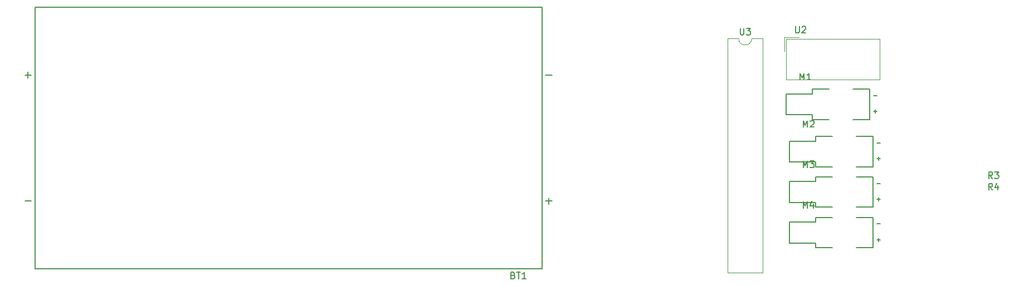
<source format=gto>
G04 #@! TF.GenerationSoftware,KiCad,Pcbnew,8.0.5*
G04 #@! TF.CreationDate,2024-09-15T00:24:01-05:00*
G04 #@! TF.ProjectId,Lab1APCB,4c616231-4150-4434-922e-6b696361645f,rev?*
G04 #@! TF.SameCoordinates,Original*
G04 #@! TF.FileFunction,Legend,Top*
G04 #@! TF.FilePolarity,Positive*
%FSLAX46Y46*%
G04 Gerber Fmt 4.6, Leading zero omitted, Abs format (unit mm)*
G04 Created by KiCad (PCBNEW 8.0.5) date 2024-09-15 00:24:01*
%MOMM*%
%LPD*%
G01*
G04 APERTURE LIST*
%ADD10C,0.150000*%
%ADD11C,0.127000*%
%ADD12C,0.120000*%
G04 APERTURE END LIST*
D10*
X89639285Y-91886009D02*
X89782142Y-91933628D01*
X89782142Y-91933628D02*
X89829761Y-91981247D01*
X89829761Y-91981247D02*
X89877380Y-92076485D01*
X89877380Y-92076485D02*
X89877380Y-92219342D01*
X89877380Y-92219342D02*
X89829761Y-92314580D01*
X89829761Y-92314580D02*
X89782142Y-92362200D01*
X89782142Y-92362200D02*
X89686904Y-92409819D01*
X89686904Y-92409819D02*
X89305952Y-92409819D01*
X89305952Y-92409819D02*
X89305952Y-91409819D01*
X89305952Y-91409819D02*
X89639285Y-91409819D01*
X89639285Y-91409819D02*
X89734523Y-91457438D01*
X89734523Y-91457438D02*
X89782142Y-91505057D01*
X89782142Y-91505057D02*
X89829761Y-91600295D01*
X89829761Y-91600295D02*
X89829761Y-91695533D01*
X89829761Y-91695533D02*
X89782142Y-91790771D01*
X89782142Y-91790771D02*
X89734523Y-91838390D01*
X89734523Y-91838390D02*
X89639285Y-91886009D01*
X89639285Y-91886009D02*
X89305952Y-91886009D01*
X90163095Y-91409819D02*
X90734523Y-91409819D01*
X90448809Y-92409819D02*
X90448809Y-91409819D01*
X91591666Y-92409819D02*
X91020238Y-92409819D01*
X91305952Y-92409819D02*
X91305952Y-91409819D01*
X91305952Y-91409819D02*
X91210714Y-91552676D01*
X91210714Y-91552676D02*
X91115476Y-91647914D01*
X91115476Y-91647914D02*
X91020238Y-91695533D01*
X133715476Y-69344819D02*
X133715476Y-68344819D01*
X133715476Y-68344819D02*
X134048809Y-69059104D01*
X134048809Y-69059104D02*
X134382142Y-68344819D01*
X134382142Y-68344819D02*
X134382142Y-69344819D01*
X134810714Y-68440057D02*
X134858333Y-68392438D01*
X134858333Y-68392438D02*
X134953571Y-68344819D01*
X134953571Y-68344819D02*
X135191666Y-68344819D01*
X135191666Y-68344819D02*
X135286904Y-68392438D01*
X135286904Y-68392438D02*
X135334523Y-68440057D01*
X135334523Y-68440057D02*
X135382142Y-68535295D01*
X135382142Y-68535295D02*
X135382142Y-68630533D01*
X135382142Y-68630533D02*
X135334523Y-68773390D01*
X135334523Y-68773390D02*
X134763095Y-69344819D01*
X134763095Y-69344819D02*
X135382142Y-69344819D01*
X162488333Y-78904819D02*
X162155000Y-78428628D01*
X161916905Y-78904819D02*
X161916905Y-77904819D01*
X161916905Y-77904819D02*
X162297857Y-77904819D01*
X162297857Y-77904819D02*
X162393095Y-77952438D01*
X162393095Y-77952438D02*
X162440714Y-78000057D01*
X162440714Y-78000057D02*
X162488333Y-78095295D01*
X162488333Y-78095295D02*
X162488333Y-78238152D01*
X162488333Y-78238152D02*
X162440714Y-78333390D01*
X162440714Y-78333390D02*
X162393095Y-78381009D01*
X162393095Y-78381009D02*
X162297857Y-78428628D01*
X162297857Y-78428628D02*
X161916905Y-78428628D01*
X163345476Y-78238152D02*
X163345476Y-78904819D01*
X163107381Y-77857200D02*
X162869286Y-78571485D01*
X162869286Y-78571485D02*
X163488333Y-78571485D01*
X162488333Y-77154819D02*
X162155000Y-76678628D01*
X161916905Y-77154819D02*
X161916905Y-76154819D01*
X161916905Y-76154819D02*
X162297857Y-76154819D01*
X162297857Y-76154819D02*
X162393095Y-76202438D01*
X162393095Y-76202438D02*
X162440714Y-76250057D01*
X162440714Y-76250057D02*
X162488333Y-76345295D01*
X162488333Y-76345295D02*
X162488333Y-76488152D01*
X162488333Y-76488152D02*
X162440714Y-76583390D01*
X162440714Y-76583390D02*
X162393095Y-76631009D01*
X162393095Y-76631009D02*
X162297857Y-76678628D01*
X162297857Y-76678628D02*
X161916905Y-76678628D01*
X162821667Y-76154819D02*
X163440714Y-76154819D01*
X163440714Y-76154819D02*
X163107381Y-76535771D01*
X163107381Y-76535771D02*
X163250238Y-76535771D01*
X163250238Y-76535771D02*
X163345476Y-76583390D01*
X163345476Y-76583390D02*
X163393095Y-76631009D01*
X163393095Y-76631009D02*
X163440714Y-76726247D01*
X163440714Y-76726247D02*
X163440714Y-76964342D01*
X163440714Y-76964342D02*
X163393095Y-77059580D01*
X163393095Y-77059580D02*
X163345476Y-77107200D01*
X163345476Y-77107200D02*
X163250238Y-77154819D01*
X163250238Y-77154819D02*
X162964524Y-77154819D01*
X162964524Y-77154819D02*
X162869286Y-77107200D01*
X162869286Y-77107200D02*
X162821667Y-77059580D01*
X132553095Y-54014819D02*
X132553095Y-54824342D01*
X132553095Y-54824342D02*
X132600714Y-54919580D01*
X132600714Y-54919580D02*
X132648333Y-54967200D01*
X132648333Y-54967200D02*
X132743571Y-55014819D01*
X132743571Y-55014819D02*
X132934047Y-55014819D01*
X132934047Y-55014819D02*
X133029285Y-54967200D01*
X133029285Y-54967200D02*
X133076904Y-54919580D01*
X133076904Y-54919580D02*
X133124523Y-54824342D01*
X133124523Y-54824342D02*
X133124523Y-54014819D01*
X133553095Y-54110057D02*
X133600714Y-54062438D01*
X133600714Y-54062438D02*
X133695952Y-54014819D01*
X133695952Y-54014819D02*
X133934047Y-54014819D01*
X133934047Y-54014819D02*
X134029285Y-54062438D01*
X134029285Y-54062438D02*
X134076904Y-54110057D01*
X134076904Y-54110057D02*
X134124523Y-54205295D01*
X134124523Y-54205295D02*
X134124523Y-54300533D01*
X134124523Y-54300533D02*
X134076904Y-54443390D01*
X134076904Y-54443390D02*
X133505476Y-55014819D01*
X133505476Y-55014819D02*
X134124523Y-55014819D01*
X124148095Y-54299819D02*
X124148095Y-55109342D01*
X124148095Y-55109342D02*
X124195714Y-55204580D01*
X124195714Y-55204580D02*
X124243333Y-55252200D01*
X124243333Y-55252200D02*
X124338571Y-55299819D01*
X124338571Y-55299819D02*
X124529047Y-55299819D01*
X124529047Y-55299819D02*
X124624285Y-55252200D01*
X124624285Y-55252200D02*
X124671904Y-55204580D01*
X124671904Y-55204580D02*
X124719523Y-55109342D01*
X124719523Y-55109342D02*
X124719523Y-54299819D01*
X125100476Y-54299819D02*
X125719523Y-54299819D01*
X125719523Y-54299819D02*
X125386190Y-54680771D01*
X125386190Y-54680771D02*
X125529047Y-54680771D01*
X125529047Y-54680771D02*
X125624285Y-54728390D01*
X125624285Y-54728390D02*
X125671904Y-54776009D01*
X125671904Y-54776009D02*
X125719523Y-54871247D01*
X125719523Y-54871247D02*
X125719523Y-55109342D01*
X125719523Y-55109342D02*
X125671904Y-55204580D01*
X125671904Y-55204580D02*
X125624285Y-55252200D01*
X125624285Y-55252200D02*
X125529047Y-55299819D01*
X125529047Y-55299819D02*
X125243333Y-55299819D01*
X125243333Y-55299819D02*
X125148095Y-55252200D01*
X125148095Y-55252200D02*
X125100476Y-55204580D01*
X133715476Y-81644819D02*
X133715476Y-80644819D01*
X133715476Y-80644819D02*
X134048809Y-81359104D01*
X134048809Y-81359104D02*
X134382142Y-80644819D01*
X134382142Y-80644819D02*
X134382142Y-81644819D01*
X135286904Y-80978152D02*
X135286904Y-81644819D01*
X135048809Y-80597200D02*
X134810714Y-81311485D01*
X134810714Y-81311485D02*
X135429761Y-81311485D01*
X133715476Y-75494819D02*
X133715476Y-74494819D01*
X133715476Y-74494819D02*
X134048809Y-75209104D01*
X134048809Y-75209104D02*
X134382142Y-74494819D01*
X134382142Y-74494819D02*
X134382142Y-75494819D01*
X134763095Y-74494819D02*
X135382142Y-74494819D01*
X135382142Y-74494819D02*
X135048809Y-74875771D01*
X135048809Y-74875771D02*
X135191666Y-74875771D01*
X135191666Y-74875771D02*
X135286904Y-74923390D01*
X135286904Y-74923390D02*
X135334523Y-74971009D01*
X135334523Y-74971009D02*
X135382142Y-75066247D01*
X135382142Y-75066247D02*
X135382142Y-75304342D01*
X135382142Y-75304342D02*
X135334523Y-75399580D01*
X135334523Y-75399580D02*
X135286904Y-75447200D01*
X135286904Y-75447200D02*
X135191666Y-75494819D01*
X135191666Y-75494819D02*
X134905952Y-75494819D01*
X134905952Y-75494819D02*
X134810714Y-75447200D01*
X134810714Y-75447200D02*
X134763095Y-75399580D01*
X133215476Y-62144819D02*
X133215476Y-61144819D01*
X133215476Y-61144819D02*
X133548809Y-61859104D01*
X133548809Y-61859104D02*
X133882142Y-61144819D01*
X133882142Y-61144819D02*
X133882142Y-62144819D01*
X134882142Y-62144819D02*
X134310714Y-62144819D01*
X134596428Y-62144819D02*
X134596428Y-61144819D01*
X134596428Y-61144819D02*
X134501190Y-61287676D01*
X134501190Y-61287676D02*
X134405952Y-61382914D01*
X134405952Y-61382914D02*
X134310714Y-61430533D01*
D11*
X15435000Y-80565000D02*
X16435000Y-80565000D01*
X15935000Y-61895000D02*
X15935000Y-60895000D01*
X16435000Y-61395000D02*
X15435000Y-61395000D01*
X16970000Y-51110000D02*
X94030000Y-51110000D01*
X16970000Y-90890000D02*
X16970000Y-51110000D01*
X94030000Y-51110000D02*
X94030000Y-90890000D01*
X94030000Y-90890000D02*
X16970000Y-90890000D01*
X94565000Y-80605000D02*
X95565000Y-80605000D01*
X95065000Y-80105000D02*
X95065000Y-81105000D01*
X95565000Y-61435000D02*
X94565000Y-61435000D01*
X131600000Y-71475000D02*
X135600000Y-71475000D01*
X131600000Y-74675000D02*
X131600000Y-71475000D01*
X135600000Y-70775000D02*
X138180000Y-70775000D01*
X135600000Y-71475000D02*
X135600000Y-70775000D01*
X135600000Y-74675000D02*
X131600000Y-74675000D01*
X135600000Y-75375000D02*
X135600000Y-74675000D01*
X138180000Y-75375000D02*
X135600000Y-75375000D01*
X141820000Y-70775000D02*
X144300000Y-70775000D01*
X144300000Y-70775000D02*
X144300000Y-75375000D01*
X144300000Y-75375000D02*
X141820000Y-75375000D01*
X144957000Y-71757000D02*
X145457000Y-71757000D01*
X144957000Y-74170000D02*
X145457000Y-74170000D01*
X145207000Y-73920000D02*
X145207000Y-74420000D01*
D12*
X130885000Y-55660000D02*
X133115000Y-55660000D01*
X130885000Y-57760000D02*
X130885000Y-55660000D01*
X131145000Y-55910000D02*
X145385000Y-55910000D01*
X131145000Y-62150000D02*
X131145000Y-55910000D01*
X145385000Y-55910000D02*
X145385000Y-62150000D01*
X145385000Y-62150000D02*
X131145000Y-62150000D01*
X122260000Y-55845000D02*
X122260000Y-91525000D01*
X122260000Y-91525000D02*
X127560000Y-91525000D01*
X123910000Y-55845000D02*
X122260000Y-55845000D01*
X127560000Y-55845000D02*
X125910000Y-55845000D01*
X127560000Y-91525000D02*
X127560000Y-55845000D01*
X125910000Y-55845000D02*
G75*
G02*
X123910000Y-55845000I-1000000J0D01*
G01*
D11*
X131600000Y-83775000D02*
X135600000Y-83775000D01*
X131600000Y-86975000D02*
X131600000Y-83775000D01*
X135600000Y-83075000D02*
X138180000Y-83075000D01*
X135600000Y-83775000D02*
X135600000Y-83075000D01*
X135600000Y-86975000D02*
X131600000Y-86975000D01*
X135600000Y-87675000D02*
X135600000Y-86975000D01*
X138180000Y-87675000D02*
X135600000Y-87675000D01*
X141820000Y-83075000D02*
X144300000Y-83075000D01*
X144300000Y-83075000D02*
X144300000Y-87675000D01*
X144300000Y-87675000D02*
X141820000Y-87675000D01*
X144957000Y-84057000D02*
X145457000Y-84057000D01*
X144957000Y-86470000D02*
X145457000Y-86470000D01*
X145207000Y-86220000D02*
X145207000Y-86720000D01*
X131600000Y-77625000D02*
X135600000Y-77625000D01*
X131600000Y-80825000D02*
X131600000Y-77625000D01*
X135600000Y-76925000D02*
X138180000Y-76925000D01*
X135600000Y-77625000D02*
X135600000Y-76925000D01*
X135600000Y-80825000D02*
X131600000Y-80825000D01*
X135600000Y-81525000D02*
X135600000Y-80825000D01*
X138180000Y-81525000D02*
X135600000Y-81525000D01*
X141820000Y-76925000D02*
X144300000Y-76925000D01*
X144300000Y-76925000D02*
X144300000Y-81525000D01*
X144300000Y-81525000D02*
X141820000Y-81525000D01*
X144957000Y-77907000D02*
X145457000Y-77907000D01*
X144957000Y-80320000D02*
X145457000Y-80320000D01*
X145207000Y-80070000D02*
X145207000Y-80570000D01*
X131100000Y-64275000D02*
X135100000Y-64275000D01*
X131100000Y-67475000D02*
X131100000Y-64275000D01*
X135100000Y-63575000D02*
X137680000Y-63575000D01*
X135100000Y-64275000D02*
X135100000Y-63575000D01*
X135100000Y-67475000D02*
X131100000Y-67475000D01*
X135100000Y-68175000D02*
X135100000Y-67475000D01*
X137680000Y-68175000D02*
X135100000Y-68175000D01*
X141320000Y-63575000D02*
X143800000Y-63575000D01*
X143800000Y-63575000D02*
X143800000Y-68175000D01*
X143800000Y-68175000D02*
X141320000Y-68175000D01*
X144457000Y-64557000D02*
X144957000Y-64557000D01*
X144457000Y-66970000D02*
X144957000Y-66970000D01*
X144707000Y-66720000D02*
X144707000Y-67220000D01*
M02*

</source>
